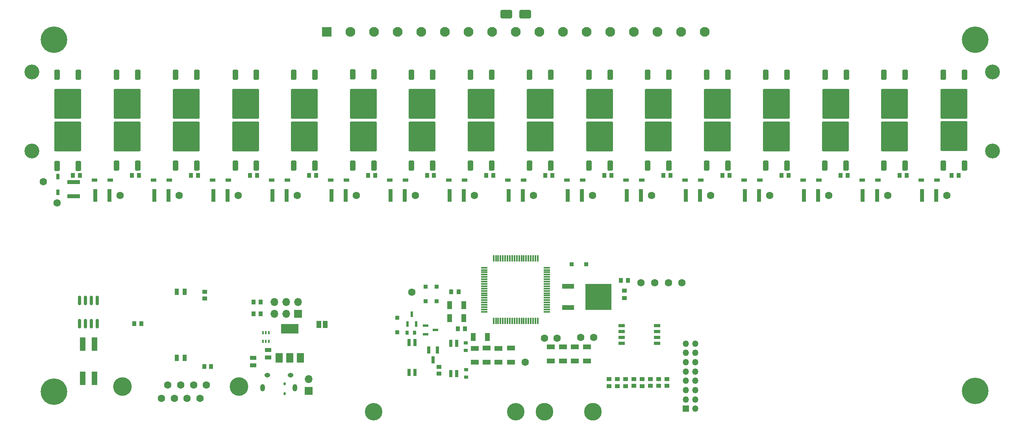
<source format=gbr>
%TF.GenerationSoftware,KiCad,Pcbnew,7.0.5*%
%TF.CreationDate,2024-10-03T13:21:03+03:00*%
%TF.ProjectId,pasive_balance_rev4,70617369-7665-45f6-9261-6c616e63655f,rev?*%
%TF.SameCoordinates,Original*%
%TF.FileFunction,Soldermask,Top*%
%TF.FilePolarity,Negative*%
%FSLAX46Y46*%
G04 Gerber Fmt 4.6, Leading zero omitted, Abs format (unit mm)*
G04 Created by KiCad (PCBNEW 7.0.5) date 2024-10-03 13:21:03*
%MOMM*%
%LPD*%
G01*
G04 APERTURE LIST*
G04 Aperture macros list*
%AMRoundRect*
0 Rectangle with rounded corners*
0 $1 Rounding radius*
0 $2 $3 $4 $5 $6 $7 $8 $9 X,Y pos of 4 corners*
0 Add a 4 corners polygon primitive as box body*
4,1,4,$2,$3,$4,$5,$6,$7,$8,$9,$2,$3,0*
0 Add four circle primitives for the rounded corners*
1,1,$1+$1,$2,$3*
1,1,$1+$1,$4,$5*
1,1,$1+$1,$6,$7*
1,1,$1+$1,$8,$9*
0 Add four rect primitives between the rounded corners*
20,1,$1+$1,$2,$3,$4,$5,0*
20,1,$1+$1,$4,$5,$6,$7,0*
20,1,$1+$1,$6,$7,$8,$9,0*
20,1,$1+$1,$8,$9,$2,$3,0*%
G04 Aperture macros list end*
%ADD10R,0.850000X1.000000*%
%ADD11R,0.950000X0.900000*%
%ADD12R,1.000000X0.850000*%
%ADD13RoundRect,0.150000X-0.150000X0.825000X-0.150000X-0.825000X0.150000X-0.825000X0.150000X0.825000X0*%
%ADD14R,0.300000X1.475000*%
%ADD15R,1.475000X0.300000*%
%ADD16R,1.500000X2.000000*%
%ADD17R,3.800000X2.000000*%
%ADD18R,1.800000X1.050000*%
%ADD19R,0.830000X2.720000*%
%ADD20C,3.200000*%
%ADD21R,1.000000X1.500000*%
%ADD22C,1.600000*%
%ADD23R,1.300000X0.600000*%
%ADD24R,1.200000X0.750000*%
%ADD25R,0.400000X0.650000*%
%ADD26RoundRect,0.250000X0.350000X-0.850000X0.350000X0.850000X-0.350000X0.850000X-0.350000X-0.850000X0*%
%ADD27RoundRect,0.249997X2.650003X-2.950003X2.650003X2.950003X-2.650003X2.950003X-2.650003X-2.950003X0*%
%ADD28RoundRect,0.250000X-0.350000X0.850000X-0.350000X-0.850000X0.350000X-0.850000X0.350000X0.850000X0*%
%ADD29RoundRect,0.249997X-2.650003X2.950003X-2.650003X-2.950003X2.650003X-2.950003X2.650003X2.950003X0*%
%ADD30R,0.600000X1.300000*%
%ADD31C,5.700000*%
%ADD32R,0.950000X1.000000*%
%ADD33R,0.970000X1.470000*%
%ADD34RoundRect,0.070000X-0.300000X0.650000X-0.300000X-0.650000X0.300000X-0.650000X0.300000X0.650000X0*%
%ADD35R,1.100000X1.750000*%
%ADD36R,0.650000X1.650000*%
%ADD37R,1.470000X0.970000*%
%ADD38R,1.200000X2.850000*%
%ADD39R,0.750000X1.200000*%
%ADD40R,0.950000X0.800000*%
%ADD41R,1.475000X0.700000*%
%ADD42R,0.900000X0.950000*%
%ADD43R,1.050000X1.800000*%
%ADD44RoundRect,0.250000X1.000000X0.650000X-1.000000X0.650000X-1.000000X-0.650000X1.000000X-0.650000X0*%
%ADD45R,0.800000X0.950000*%
%ADD46RoundRect,0.112500X0.112500X-0.187500X0.112500X0.187500X-0.112500X0.187500X-0.112500X-0.187500X0*%
%ADD47R,2.600000X1.060000*%
%ADD48R,5.700000X5.632000*%
%ADD49R,1.000000X0.950000*%
%ADD50R,2.720000X0.830000*%
%ADD51R,1.350000X1.350000*%
%ADD52O,1.350000X1.350000*%
%ADD53C,3.810000*%
%ADD54R,1.700000X1.700000*%
%ADD55O,1.700000X1.700000*%
%ADD56C,4.000000*%
%ADD57R,2.100000X2.100000*%
%ADD58C,2.100000*%
%ADD59C,3.760000*%
%ADD60O,1.000000X1.550000*%
%ADD61O,1.250000X0.950000*%
G04 APERTURE END LIST*
D10*
%TO.C,R54*%
X74484800Y-129438400D03*
X75984800Y-129438400D03*
%TD*%
D11*
%TO.C,D8*%
X122085007Y-112237793D03*
X122085007Y-115387793D03*
%TD*%
D12*
%TO.C,R90*%
X170470793Y-132112407D03*
X170470793Y-133612407D03*
%TD*%
D13*
%TO.C,U1*%
X51485800Y-115239800D03*
X50215800Y-115239800D03*
X48945800Y-115239800D03*
X47675800Y-115239800D03*
X47675800Y-120189800D03*
X48945800Y-120189800D03*
X50215800Y-120189800D03*
X51485800Y-120189800D03*
%TD*%
D10*
%TO.C,R3*%
X165601993Y-110866393D03*
X164101993Y-110866393D03*
%TD*%
%TO.C,R19*%
X187424607Y-88260393D03*
X185924607Y-88260393D03*
%TD*%
D14*
%TO.C,IC1*%
X146212607Y-106160393D03*
X145712607Y-106160393D03*
X145212607Y-106160393D03*
X144712607Y-106160393D03*
X144212607Y-106160393D03*
X143712607Y-106160393D03*
X143212607Y-106160393D03*
X142712607Y-106160393D03*
X142212607Y-106160393D03*
X141712607Y-106160393D03*
X141212607Y-106160393D03*
X140712607Y-106160393D03*
X140212607Y-106160393D03*
X139712607Y-106160393D03*
X139212607Y-106160393D03*
X138712607Y-106160393D03*
X138212607Y-106160393D03*
X137712607Y-106160393D03*
X137212607Y-106160393D03*
X136712607Y-106160393D03*
D15*
X134724607Y-108148393D03*
X134724607Y-108648393D03*
X134724607Y-109148393D03*
X134724607Y-109648393D03*
X134724607Y-110148393D03*
X134724607Y-110648393D03*
X134724607Y-111148393D03*
X134724607Y-111648393D03*
X134724607Y-112148393D03*
X134724607Y-112648393D03*
X134724607Y-113148393D03*
X134724607Y-113648393D03*
X134724607Y-114148393D03*
X134724607Y-114648393D03*
X134724607Y-115148393D03*
X134724607Y-115648393D03*
X134724607Y-116148393D03*
X134724607Y-116648393D03*
X134724607Y-117148393D03*
X134724607Y-117648393D03*
D14*
X136712607Y-119636393D03*
X137212607Y-119636393D03*
X137712607Y-119636393D03*
X138212607Y-119636393D03*
X138712607Y-119636393D03*
X139212607Y-119636393D03*
X139712607Y-119636393D03*
X140212607Y-119636393D03*
X140712607Y-119636393D03*
X141212607Y-119636393D03*
X141712607Y-119636393D03*
X142212607Y-119636393D03*
X142712607Y-119636393D03*
X143212607Y-119636393D03*
X143712607Y-119636393D03*
X144212607Y-119636393D03*
X144712607Y-119636393D03*
X145212607Y-119636393D03*
X145712607Y-119636393D03*
X146212607Y-119636393D03*
D15*
X148200607Y-117648393D03*
X148200607Y-117148393D03*
X148200607Y-116648393D03*
X148200607Y-116148393D03*
X148200607Y-115648393D03*
X148200607Y-115148393D03*
X148200607Y-114648393D03*
X148200607Y-114148393D03*
X148200607Y-113648393D03*
X148200607Y-113148393D03*
X148200607Y-112648393D03*
X148200607Y-112148393D03*
X148200607Y-111648393D03*
X148200607Y-111148393D03*
X148200607Y-110648393D03*
X148200607Y-110148393D03*
X148200607Y-109648393D03*
X148200607Y-109148393D03*
X148200607Y-108648393D03*
X148200607Y-108148393D03*
%TD*%
D16*
%TO.C,U2*%
X90573800Y-127584200D03*
X92873800Y-127584200D03*
D17*
X92873800Y-121284200D03*
D16*
X95173800Y-127584200D03*
%TD*%
D10*
%TO.C,R16*%
X200124607Y-88260393D03*
X198624607Y-88260393D03*
%TD*%
D18*
%TO.C,R46*%
X149046493Y-125229993D03*
X149046493Y-128229993D03*
%TD*%
D19*
%TO.C,C55*%
X130302607Y-92578393D03*
X127222607Y-92578393D03*
%TD*%
D20*
%TO.C,REF\u002A\u002A*%
X37414200Y-66000000D03*
%TD*%
D21*
%TO.C,JP2*%
X100472000Y-120396000D03*
X99172000Y-120396000D03*
%TD*%
D18*
%TO.C,R50*%
X140429893Y-125483993D03*
X140429893Y-128483993D03*
%TD*%
D22*
%TO.C,VREF1*%
X171361007Y-111374393D03*
%TD*%
D23*
%TO.C,IC3*%
X122093207Y-120609793D03*
X122093207Y-122509793D03*
X124193207Y-121559793D03*
%TD*%
D18*
%TO.C,R48*%
X135197493Y-125483993D03*
X135197493Y-128483993D03*
%TD*%
D24*
%TO.C,Z6*%
X168562607Y-89276393D03*
X165162607Y-89276393D03*
%TD*%
D12*
%TO.C,R34*%
X124980607Y-129483193D03*
X124980607Y-130983193D03*
%TD*%
D19*
%TO.C,C25*%
X193802607Y-92578393D03*
X190722607Y-92578393D03*
%TD*%
%TO.C,C59*%
X79502607Y-92578393D03*
X76422607Y-92578393D03*
%TD*%
D25*
%TO.C,Q20*%
X87096600Y-124053600D03*
X87746600Y-124053600D03*
X88396600Y-124053600D03*
X88396600Y-122153600D03*
X87746600Y-122153600D03*
X87096600Y-122153600D03*
%TD*%
D26*
%TO.C,Q17*%
X42881200Y-86216600D03*
D27*
X45161200Y-79916600D03*
D26*
X47441200Y-86216600D03*
%TD*%
D10*
%TO.C,R62*%
X123912607Y-88260393D03*
X122412607Y-88260393D03*
%TD*%
D28*
%TO.C,Q29*%
X136340200Y-66573400D03*
D29*
X134060200Y-72873400D03*
D28*
X131780200Y-66573400D03*
%TD*%
D10*
%TO.C,R68*%
X98524607Y-88260393D03*
X97024607Y-88260393D03*
%TD*%
%TO.C,R22*%
X174736607Y-88260393D03*
X173236607Y-88260393D03*
%TD*%
D19*
%TO.C,C16*%
X231902607Y-92578393D03*
X228822607Y-92578393D03*
%TD*%
D22*
%TO.C,CHP1*%
X119164007Y-113457193D03*
%TD*%
D20*
%TO.C,REF\u002A\u002A*%
X244000000Y-66000000D03*
%TD*%
D30*
%TO.C,IC5*%
X118203807Y-120289793D03*
X120103807Y-120289793D03*
X119153807Y-118189793D03*
%TD*%
D19*
%TO.C,C32*%
X155702607Y-92578393D03*
X152622607Y-92578393D03*
%TD*%
D22*
%TO.C,BAT2*%
X56372607Y-92578393D03*
%TD*%
D10*
%TO.C,R41*%
X86576600Y-115544600D03*
X85076600Y-115544600D03*
%TD*%
D22*
%TO.C,BAT6*%
X107172607Y-92578393D03*
%TD*%
D18*
%TO.C,R45*%
X151611893Y-125229993D03*
X151611893Y-128229993D03*
%TD*%
D22*
%TO.C,VP1*%
X177253807Y-111374393D03*
%TD*%
D24*
%TO.C,Z11*%
X105062607Y-89276393D03*
X101662607Y-89276393D03*
%TD*%
D22*
%TO.C,BAT7*%
X119872607Y-92578393D03*
%TD*%
D12*
%TO.C,R100*%
X161555393Y-132128207D03*
X161555393Y-133628207D03*
%TD*%
D19*
%TO.C,C61*%
X54102607Y-92578393D03*
X51022607Y-92578393D03*
%TD*%
D26*
%TO.C,Q16*%
X55607600Y-86207000D03*
D27*
X57887600Y-79907000D03*
D26*
X60167600Y-86207000D03*
%TD*%
D31*
%TO.C,REF\u002A\u002A*%
X42169993Y-134862393D03*
%TD*%
D24*
%TO.C,Z1*%
X232062607Y-89276393D03*
X228662607Y-89276393D03*
%TD*%
D28*
%TO.C,Q36*%
X47442200Y-66573400D03*
D29*
X45162200Y-72873400D03*
D28*
X42882200Y-66573400D03*
%TD*%
D32*
%TO.C,C50*%
X127597007Y-113355593D03*
X129197007Y-113355593D03*
%TD*%
D28*
%TO.C,Q25*%
X187114800Y-66573400D03*
D29*
X184834800Y-72873400D03*
D28*
X182554800Y-66573400D03*
%TD*%
%TO.C,Q30*%
X123590400Y-66573400D03*
D29*
X121310400Y-72873400D03*
D28*
X119030400Y-66573400D03*
%TD*%
D26*
%TO.C,Q3*%
X220655800Y-86165800D03*
D27*
X222935800Y-79865800D03*
D26*
X225215800Y-86165800D03*
%TD*%
D22*
%TO.C,BAT3*%
X69072607Y-92578393D03*
%TD*%
D28*
%TO.C,Q34*%
X72867600Y-66573400D03*
D29*
X70587600Y-72873400D03*
D28*
X68307600Y-66573400D03*
%TD*%
D33*
%TO.C,C3*%
X70273600Y-127584200D03*
X68613600Y-127584200D03*
%TD*%
D26*
%TO.C,Q6*%
X182561800Y-86207600D03*
D27*
X184841800Y-79907600D03*
D26*
X187121800Y-86207600D03*
%TD*%
D12*
%TO.C,R92*%
X168692793Y-132128207D03*
X168692793Y-133628207D03*
%TD*%
D24*
%TO.C,Z7*%
X155862607Y-89276393D03*
X152462607Y-89276393D03*
%TD*%
D34*
%TO.C,D3*%
X124660607Y-125869193D03*
X122760607Y-125869193D03*
X123710607Y-127969193D03*
%TD*%
D10*
%TO.C,R7*%
X236700607Y-88260393D03*
X235200607Y-88260393D03*
%TD*%
D12*
%TO.C,R95*%
X166889393Y-132114808D03*
X166889393Y-133614808D03*
%TD*%
D26*
%TO.C,Q9*%
X144461800Y-86207600D03*
D27*
X146741800Y-79907600D03*
D26*
X149021800Y-86207600D03*
%TD*%
D35*
%TO.C,LED3*%
X127290607Y-116251193D03*
X130290607Y-116251193D03*
%TD*%
D22*
%TO.C,BAT13*%
X196072607Y-92578393D03*
%TD*%
D10*
%TO.C,R65*%
X111224607Y-88260393D03*
X109724607Y-88260393D03*
%TD*%
D28*
%TO.C,Q33*%
X85718000Y-66573400D03*
D29*
X83438000Y-72873400D03*
D28*
X81158000Y-66573400D03*
%TD*%
D10*
%TO.C,R10*%
X225524607Y-88260393D03*
X224024607Y-88260393D03*
%TD*%
D36*
%TO.C,Q19*%
X119773607Y-124229193D03*
X118503607Y-124229193D03*
X118503607Y-130729193D03*
X119773607Y-130729193D03*
%TD*%
D19*
%TO.C,C28*%
X181102607Y-92578393D03*
X178022607Y-92578393D03*
%TD*%
D10*
%TO.C,R71*%
X85824607Y-88260393D03*
X84324607Y-88260393D03*
%TD*%
D28*
%TO.C,Q22*%
X225221800Y-66573400D03*
D29*
X222941800Y-72873400D03*
D28*
X220661800Y-66573400D03*
%TD*%
D24*
%TO.C,Z3*%
X206662607Y-89276393D03*
X203262607Y-89276393D03*
%TD*%
D19*
%TO.C,C60*%
X66802607Y-92578393D03*
X63722607Y-92578393D03*
%TD*%
D24*
%TO.C,Z10*%
X117762607Y-89276393D03*
X114362607Y-89276393D03*
%TD*%
D28*
%TO.C,Q35*%
X60172600Y-66573400D03*
D29*
X57892600Y-72873400D03*
D28*
X55612600Y-66573400D03*
%TD*%
D37*
%TO.C,C2*%
X85013800Y-129201600D03*
X85013800Y-127541600D03*
%TD*%
D22*
%TO.C,BAT10*%
X157972607Y-92578393D03*
%TD*%
D37*
%TO.C,C11*%
X88214200Y-125839800D03*
X88214200Y-127499800D03*
%TD*%
D22*
%TO.C,BAT4*%
X81772607Y-92578393D03*
%TD*%
D38*
%TO.C,L2*%
X50876200Y-124612400D03*
X50876200Y-131962400D03*
X48376200Y-124612400D03*
X48376200Y-131962400D03*
%TD*%
D22*
%TO.C,V5VA0*%
X143500600Y-128504000D03*
%TD*%
D12*
%TO.C,R88*%
X172248793Y-132112407D03*
X172248793Y-133612407D03*
%TD*%
D10*
%TO.C,R25*%
X162024607Y-88260393D03*
X160524607Y-88260393D03*
%TD*%
D28*
%TO.C,Q28*%
X149016800Y-66573400D03*
D29*
X146736800Y-72873400D03*
D28*
X144456800Y-66573400D03*
%TD*%
D39*
%TO.C,Z16*%
X43053000Y-88546200D03*
X43053000Y-91946200D03*
%TD*%
D28*
%TO.C,Q27*%
X161767600Y-66573400D03*
D29*
X159487600Y-72873400D03*
D28*
X157207600Y-66573400D03*
%TD*%
D36*
%TO.C,Q18*%
X127520607Y-130931193D03*
X128790607Y-130931193D03*
X128790607Y-124431193D03*
X127520607Y-124431193D03*
%TD*%
D10*
%TO.C,R59*%
X136624607Y-88260393D03*
X135124607Y-88260393D03*
%TD*%
D22*
%TO.C,BAT14*%
X208772607Y-92578393D03*
%TD*%
D26*
%TO.C,Q10*%
X131782200Y-86207000D03*
D27*
X134062200Y-79907000D03*
D26*
X136342200Y-86207000D03*
%TD*%
D22*
%TO.C,BAT11*%
X170672607Y-92578393D03*
%TD*%
D40*
%TO.C,R28*%
X130721007Y-125991993D03*
X130721007Y-124391993D03*
%TD*%
D19*
%TO.C,C34*%
X143002607Y-92578393D03*
X139922607Y-92578393D03*
%TD*%
D28*
%TO.C,Q31*%
X110998000Y-66548000D03*
D29*
X108718000Y-72848000D03*
D28*
X106438000Y-66548000D03*
%TD*%
%TO.C,Q26*%
X174414800Y-66573400D03*
D29*
X172134800Y-72873400D03*
D28*
X169854800Y-66573400D03*
%TD*%
D19*
%TO.C,C56*%
X117602607Y-92578393D03*
X114522607Y-92578393D03*
%TD*%
%TO.C,C58*%
X92202607Y-92578393D03*
X89122607Y-92578393D03*
%TD*%
D41*
%TO.C,S1*%
X164221007Y-120645393D03*
X164221007Y-121915393D03*
X164221007Y-123185393D03*
X164221007Y-124455393D03*
X171897007Y-124455393D03*
X171897007Y-123185393D03*
X171897007Y-121915393D03*
X171897007Y-120645393D03*
%TD*%
D31*
%TO.C,REF\u002A\u002A*%
X240289993Y-134716607D03*
%TD*%
D26*
%TO.C,Q11*%
X119031400Y-86207000D03*
D27*
X121311400Y-79907000D03*
D26*
X123591400Y-86207000D03*
%TD*%
D10*
%TO.C,R13*%
X212824607Y-88260393D03*
X211324607Y-88260393D03*
%TD*%
D28*
%TO.C,Q24*%
X199842200Y-66573400D03*
D29*
X197562200Y-72873400D03*
D28*
X195282200Y-66573400D03*
%TD*%
D19*
%TO.C,C24*%
X206502607Y-92578393D03*
X203422607Y-92578393D03*
%TD*%
D28*
%TO.C,Q23*%
X212565600Y-66573400D03*
D29*
X210285600Y-72873400D03*
D28*
X208005600Y-66573400D03*
%TD*%
D42*
%TO.C,D5*%
X153497993Y-107437393D03*
X156647993Y-107437393D03*
%TD*%
D43*
%TO.C,R27*%
X135370607Y-123109193D03*
X132370607Y-123109193D03*
%TD*%
D11*
%TO.C,D1*%
X115989007Y-122067793D03*
X115989007Y-118917793D03*
%TD*%
D26*
%TO.C,Q13*%
X93738000Y-86207600D03*
D27*
X96018000Y-79907600D03*
D26*
X98298000Y-86207600D03*
%TD*%
D44*
%TO.C,D6*%
X143478000Y-53594000D03*
X139478000Y-53594000D03*
%TD*%
D22*
%TO.C,COMMH+1*%
X150358600Y-123297000D03*
%TD*%
D24*
%TO.C,Z15*%
X54262607Y-89276393D03*
X50862607Y-89276393D03*
%TD*%
D20*
%TO.C,REF\u002A\u002A*%
X244000000Y-83000000D03*
%TD*%
D10*
%TO.C,R80*%
X47724607Y-88260393D03*
X46224607Y-88260393D03*
%TD*%
D22*
%TO.C,BAT1*%
X39852600Y-89611200D03*
%TD*%
D24*
%TO.C,Z14*%
X66962607Y-89276393D03*
X63562607Y-89276393D03*
%TD*%
D19*
%TO.C,C17*%
X219186608Y-92578393D03*
X216106608Y-92578393D03*
%TD*%
D45*
%TO.C,R37*%
X118110007Y-122169393D03*
X119710007Y-122169393D03*
%TD*%
D28*
%TO.C,Q21*%
X237993000Y-66574000D03*
D29*
X235713000Y-72874000D03*
D28*
X233433000Y-66574000D03*
%TD*%
D46*
%TO.C,D9*%
X91795600Y-135238200D03*
X91795600Y-133138200D03*
%TD*%
D19*
%TO.C,C57*%
X104902607Y-92578393D03*
X101822607Y-92578393D03*
%TD*%
D24*
%TO.C,Z12*%
X92362607Y-89276393D03*
X88962607Y-89276393D03*
%TD*%
D10*
%TO.C,R42*%
X86576600Y-118094600D03*
X85076600Y-118094600D03*
%TD*%
D33*
%TO.C,C1*%
X68613600Y-113309400D03*
X70273600Y-113309400D03*
%TD*%
D47*
%TO.C,Q1*%
X152701993Y-112136393D03*
D48*
X159250993Y-114422393D03*
D47*
X152701993Y-116708393D03*
%TD*%
D12*
%TO.C,R96*%
X163333393Y-132128207D03*
X163333393Y-133628207D03*
%TD*%
D26*
%TO.C,Q2*%
X233426000Y-86156800D03*
D27*
X235706000Y-79856800D03*
D26*
X237986000Y-86156800D03*
%TD*%
D18*
%TO.C,R47*%
X132657493Y-125509393D03*
X132657493Y-128509393D03*
%TD*%
D22*
%TO.C,FAULTH+1*%
X158232600Y-123170000D03*
%TD*%
D35*
%TO.C,LED1*%
X127290607Y-119045193D03*
X130290607Y-119045193D03*
%TD*%
D31*
%TO.C,REF\u002A\u002A*%
X42169993Y-59050393D03*
%TD*%
D10*
%TO.C,R77*%
X60424607Y-88260393D03*
X58924607Y-88260393D03*
%TD*%
%TO.C,R84*%
X60973400Y-120218200D03*
X59473400Y-120218200D03*
%TD*%
%TO.C,R36*%
X129056607Y-121331193D03*
X130556607Y-121331193D03*
%TD*%
D40*
%TO.C,R29*%
X130848007Y-131681593D03*
X130848007Y-130081593D03*
%TD*%
D22*
%TO.C,BAT8*%
X132572607Y-92578393D03*
%TD*%
D12*
%TO.C,R53*%
X74599800Y-113321400D03*
X74599800Y-114821400D03*
%TD*%
D18*
%TO.C,R43*%
X156818893Y-125204593D03*
X156818893Y-128204593D03*
%TD*%
D12*
%TO.C,R99*%
X165136792Y-132153608D03*
X165136792Y-133653608D03*
%TD*%
D24*
%TO.C,Z2*%
X219362607Y-89276393D03*
X215962607Y-89276393D03*
%TD*%
D26*
%TO.C,Q8*%
X157212600Y-86207600D03*
D27*
X159492600Y-79907600D03*
D26*
X161772600Y-86207600D03*
%TD*%
D18*
%TO.C,R49*%
X137788293Y-125509393D03*
X137788293Y-128509393D03*
%TD*%
D49*
%TO.C,C6*%
X164851993Y-114676394D03*
X164851993Y-113076394D03*
%TD*%
D22*
%TO.C,BAT15*%
X221472607Y-92578393D03*
%TD*%
D26*
%TO.C,Q7*%
X169855800Y-86207600D03*
D27*
X172135800Y-79907600D03*
D26*
X174415800Y-86207600D03*
%TD*%
D12*
%TO.C,R86*%
X174026792Y-132112407D03*
X174026792Y-133612407D03*
%TD*%
D10*
%TO.C,R74*%
X73124607Y-88260393D03*
X71624607Y-88260393D03*
%TD*%
D50*
%TO.C,C62*%
X46431200Y-89696800D03*
X46431200Y-92776800D03*
%TD*%
D18*
%TO.C,R44*%
X154177293Y-125204593D03*
X154177293Y-128204593D03*
%TD*%
D10*
%TO.C,R56*%
X149324607Y-88260393D03*
X147824607Y-88260393D03*
%TD*%
D20*
%TO.C,REF\u002A\u002A*%
X37414200Y-83000000D03*
%TD*%
D28*
%TO.C,Q32*%
X98293000Y-66573400D03*
D29*
X96013000Y-72873400D03*
D28*
X93733000Y-66573400D03*
%TD*%
D24*
%TO.C,Z4*%
X193962607Y-89276393D03*
X190562607Y-89276393D03*
%TD*%
D26*
%TO.C,Q14*%
X81158000Y-86207000D03*
D27*
X83438000Y-79907000D03*
D26*
X85718000Y-86207000D03*
%TD*%
%TO.C,Q15*%
X68306600Y-86207000D03*
D27*
X70586600Y-79907000D03*
D26*
X72866600Y-86207000D03*
%TD*%
D31*
%TO.C,REF\u002A\u002A*%
X240289993Y-59050393D03*
%TD*%
D22*
%TO.C,VDIG1*%
X174332807Y-111374393D03*
%TD*%
%TO.C,BAT16*%
X234172607Y-92578393D03*
%TD*%
%TO.C,COMMH-1*%
X147691600Y-123297000D03*
%TD*%
D26*
%TO.C,Q5*%
X195281200Y-86207600D03*
D27*
X197561200Y-79907600D03*
D26*
X199841200Y-86207600D03*
%TD*%
D19*
%TO.C,C29*%
X168402607Y-92578393D03*
X165322607Y-92578393D03*
%TD*%
D24*
%TO.C,Z5*%
X181262607Y-89276393D03*
X177862607Y-89276393D03*
%TD*%
D26*
%TO.C,Q12*%
X106433000Y-86207000D03*
D27*
X108713000Y-79907000D03*
D26*
X110993000Y-86207000D03*
%TD*%
D11*
%TO.C,D7*%
X124498007Y-115387593D03*
X124498007Y-112237593D03*
%TD*%
D22*
%TO.C,BAT9*%
X145272607Y-92578393D03*
%TD*%
D24*
%TO.C,Z8*%
X143162607Y-89276393D03*
X139762607Y-89276393D03*
%TD*%
D22*
%TO.C,BAT5*%
X94472607Y-92578393D03*
%TD*%
%TO.C,BAT0*%
X42849800Y-94183200D03*
%TD*%
D26*
%TO.C,Q4*%
X207987200Y-86165800D03*
D27*
X210267200Y-79865800D03*
D26*
X212547200Y-86165800D03*
%TD*%
D24*
%TO.C,Z13*%
X79662607Y-89276393D03*
X76262607Y-89276393D03*
%TD*%
D22*
%TO.C,BAT12*%
X183372607Y-92578393D03*
%TD*%
D24*
%TO.C,Z9*%
X130462607Y-89276393D03*
X127062607Y-89276393D03*
%TD*%
D22*
%TO.C,OUT1*%
X168407993Y-111374393D03*
%TD*%
%TO.C,FAULTH-1*%
X155438600Y-123170000D03*
%TD*%
D51*
%TO.C,J1*%
X178076600Y-138504000D03*
D52*
X180076600Y-138504000D03*
X178076600Y-136504000D03*
X180076600Y-136504000D03*
X178076600Y-134504000D03*
X180076600Y-134504000D03*
X178076600Y-132504000D03*
X180076600Y-132504000D03*
X178076600Y-130504000D03*
X180076600Y-130504000D03*
X178076600Y-128504000D03*
X180076600Y-128504000D03*
X178076600Y-126504000D03*
X180076600Y-126504000D03*
X178076600Y-124504000D03*
X180076600Y-124504000D03*
%TD*%
D53*
%TO.C,J6*%
X158088893Y-139201393D03*
X147668893Y-139201393D03*
%TD*%
D54*
%TO.C,J3*%
X94640400Y-118084600D03*
D55*
X94640400Y-115544600D03*
X92100400Y-118084600D03*
X92100400Y-115544600D03*
X89560400Y-118084600D03*
X89560400Y-115544600D03*
%TD*%
D56*
%TO.C,J2*%
X81928800Y-133731000D03*
X56928800Y-133731000D03*
D22*
X66658800Y-133431000D03*
X69428800Y-133431000D03*
X72198800Y-133431000D03*
X74968800Y-133431000D03*
X65273800Y-136271000D03*
X68043800Y-136271000D03*
X70813800Y-136271000D03*
X73583800Y-136271000D03*
%TD*%
D57*
%TO.C,J8*%
X100822607Y-57404000D03*
D58*
X105902607Y-57404000D03*
X110982607Y-57404000D03*
X116062607Y-57404000D03*
X121142607Y-57404000D03*
X126222607Y-57404000D03*
X131302607Y-57404000D03*
X136382607Y-57404000D03*
X141462607Y-57404000D03*
X146542607Y-57404000D03*
X151622607Y-57404000D03*
X156702607Y-57404000D03*
X161782607Y-57404000D03*
X166862607Y-57404000D03*
X171942607Y-57404000D03*
X177022607Y-57404000D03*
X182102607Y-57404000D03*
%TD*%
D59*
%TO.C,J5*%
X110930793Y-139147193D03*
X141509393Y-139175993D03*
%TD*%
D60*
%TO.C,J9*%
X94025600Y-133979800D03*
D61*
X93025600Y-131279800D03*
X88025600Y-131279800D03*
D60*
X87025600Y-133979800D03*
%TD*%
D54*
%TO.C,J10*%
X96977200Y-134650400D03*
D55*
X96977200Y-132110400D03*
%TD*%
M02*

</source>
